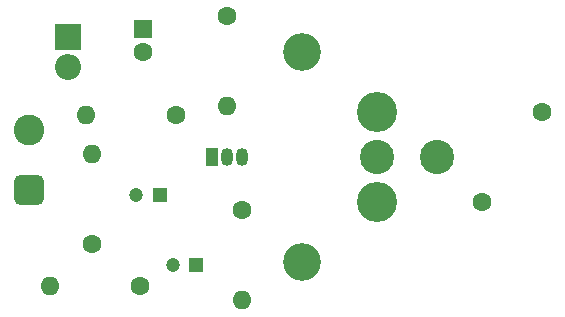
<source format=gbr>
%TF.GenerationSoftware,KiCad,Pcbnew,7.0.10*%
%TF.CreationDate,2024-01-29T12:38:23+01:00*%
%TF.ProjectId,01_taramapre,30315f74-6172-4616-9d61-7072652e6b69,rev?*%
%TF.SameCoordinates,Original*%
%TF.FileFunction,Soldermask,Top*%
%TF.FilePolarity,Negative*%
%FSLAX46Y46*%
G04 Gerber Fmt 4.6, Leading zero omitted, Abs format (unit mm)*
G04 Created by KiCad (PCBNEW 7.0.10) date 2024-01-29 12:38:23*
%MOMM*%
%LPD*%
G01*
G04 APERTURE LIST*
G04 Aperture macros list*
%AMRoundRect*
0 Rectangle with rounded corners*
0 $1 Rounding radius*
0 $2 $3 $4 $5 $6 $7 $8 $9 X,Y pos of 4 corners*
0 Add a 4 corners polygon primitive as box body*
4,1,4,$2,$3,$4,$5,$6,$7,$8,$9,$2,$3,0*
0 Add four circle primitives for the rounded corners*
1,1,$1+$1,$2,$3*
1,1,$1+$1,$4,$5*
1,1,$1+$1,$6,$7*
1,1,$1+$1,$8,$9*
0 Add four rect primitives between the rounded corners*
20,1,$1+$1,$2,$3,$4,$5,0*
20,1,$1+$1,$4,$5,$6,$7,0*
20,1,$1+$1,$6,$7,$8,$9,0*
20,1,$1+$1,$8,$9,$2,$3,0*%
G04 Aperture macros list end*
%ADD10C,1.600000*%
%ADD11C,3.400000*%
%ADD12C,2.900000*%
%ADD13RoundRect,0.650000X0.650000X-0.650000X0.650000X0.650000X-0.650000X0.650000X-0.650000X-0.650000X0*%
%ADD14C,2.600000*%
%ADD15O,1.600000X1.600000*%
%ADD16C,3.200000*%
%ADD17R,1.200000X1.200000*%
%ADD18C,1.200000*%
%ADD19R,1.600000X1.600000*%
%ADD20R,1.050000X1.500000*%
%ADD21O,1.050000X1.500000*%
%ADD22R,2.200000X2.200000*%
%ADD23O,2.200000X2.200000*%
G04 APERTURE END LIST*
D10*
%TO.C,J1*%
X143510000Y-88900000D03*
X148590000Y-81280000D03*
D11*
X134620000Y-88900000D03*
X134620000Y-81280000D03*
D12*
X134620000Y-85090000D03*
X139700000Y-85090000D03*
%TD*%
D13*
%TO.C,MK1*%
X105124000Y-87884000D03*
D14*
X105124000Y-82804000D03*
%TD*%
D10*
%TO.C,R5*%
X123190000Y-89535000D03*
D15*
X123190000Y-97155000D03*
%TD*%
D10*
%TO.C,R3*%
X117570000Y-81534000D03*
D15*
X109950000Y-81534000D03*
%TD*%
D16*
%TO.C,SCREW 2*%
X128270000Y-93980000D03*
%TD*%
D17*
%TO.C,C2*%
X116205000Y-88265000D03*
D18*
X114205000Y-88265000D03*
%TD*%
D16*
%TO.C,SCREW 1*%
X128270000Y-76200000D03*
%TD*%
D19*
%TO.C,C1*%
X114808000Y-74200000D03*
D10*
X114808000Y-76200000D03*
%TD*%
D17*
%TO.C,C3*%
X119304600Y-94234000D03*
D18*
X117304600Y-94234000D03*
%TD*%
D10*
%TO.C,R2*%
X114522000Y-96012000D03*
D15*
X106902000Y-96012000D03*
%TD*%
D10*
%TO.C,R4*%
X121888000Y-73152000D03*
D15*
X121888000Y-80772000D03*
%TD*%
D10*
%TO.C,R1*%
X110458000Y-92456000D03*
D15*
X110458000Y-84836000D03*
%TD*%
D20*
%TO.C,Q1*%
X120650000Y-85090000D03*
D21*
X121920000Y-85090000D03*
X123190000Y-85090000D03*
%TD*%
D22*
%TO.C,D1*%
X108426000Y-74930000D03*
D23*
X108426000Y-77470000D03*
%TD*%
M02*

</source>
